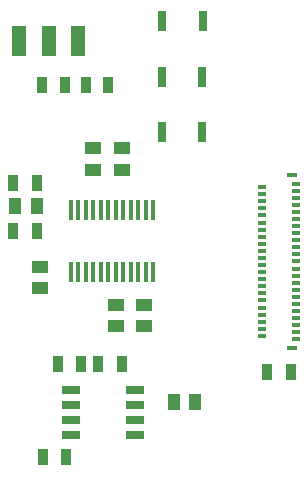
<source format=gtp>
G04 Layer_Color=8421504*
%FSLAX24Y24*%
%MOIN*%
G70*
G01*
G75*
%ADD10R,0.0374X0.0157*%
%ADD11R,0.0315X0.0118*%
%ADD12R,0.0256X0.0118*%
%ADD13R,0.0472X0.0984*%
%ADD14R,0.0374X0.0571*%
%ADD15R,0.0433X0.0571*%
%ADD16R,0.0571X0.0433*%
G04:AMPARAMS|DCode=17|XSize=64.6mil|YSize=16.1mil|CornerRadius=2mil|HoleSize=0mil|Usage=FLASHONLY|Rotation=90.000|XOffset=0mil|YOffset=0mil|HoleType=Round|Shape=RoundedRectangle|*
%AMROUNDEDRECTD17*
21,1,0.0646,0.0121,0,0,90.0*
21,1,0.0605,0.0161,0,0,90.0*
1,1,0.0040,0.0061,0.0303*
1,1,0.0040,0.0061,-0.0303*
1,1,0.0040,-0.0061,-0.0303*
1,1,0.0040,-0.0061,0.0303*
%
%ADD17ROUNDEDRECTD17*%
%ADD18R,0.0600X0.0256*%
%ADD19R,0.0315X0.0669*%
%ADD21R,0.0354X0.0551*%
D10*
X14237Y12858D02*
D03*
X14237Y7110D02*
D03*
D11*
X14346Y12582D02*
D03*
Y12346D02*
D03*
Y12110D02*
D03*
Y11874D02*
D03*
X14346Y11637D02*
D03*
X14346Y11401D02*
D03*
Y11165D02*
D03*
X14346Y10929D02*
D03*
X14346Y10693D02*
D03*
Y10456D02*
D03*
X14346Y10220D02*
D03*
X14346Y9984D02*
D03*
Y9748D02*
D03*
X14346Y9511D02*
D03*
X14346Y9275D02*
D03*
X14346Y9039D02*
D03*
Y8803D02*
D03*
X14346Y8567D02*
D03*
X14346Y8330D02*
D03*
X14346Y8094D02*
D03*
Y7858D02*
D03*
X14346Y7622D02*
D03*
X14346Y7385D02*
D03*
D12*
X13213Y12464D02*
D03*
Y12228D02*
D03*
Y11992D02*
D03*
Y11756D02*
D03*
Y11519D02*
D03*
Y11283D02*
D03*
Y11047D02*
D03*
Y10811D02*
D03*
Y10574D02*
D03*
Y10338D02*
D03*
Y10102D02*
D03*
Y9866D02*
D03*
Y9630D02*
D03*
Y9393D02*
D03*
Y9157D02*
D03*
Y8921D02*
D03*
Y8685D02*
D03*
Y8448D02*
D03*
Y8212D02*
D03*
Y7976D02*
D03*
Y7740D02*
D03*
Y7504D02*
D03*
D13*
X7103Y17323D02*
D03*
X6119D02*
D03*
X5135D02*
D03*
D14*
X5879Y15856D02*
D03*
X6667D02*
D03*
X5709Y12598D02*
D03*
X4921D02*
D03*
X5709Y11017D02*
D03*
X4921D02*
D03*
X7205Y6575D02*
D03*
X6417D02*
D03*
X7755Y6556D02*
D03*
X8542D02*
D03*
X6702Y3465D02*
D03*
X5914D02*
D03*
X13386Y6299D02*
D03*
X14173D02*
D03*
D15*
X5000Y11819D02*
D03*
X5709D02*
D03*
X10986Y5306D02*
D03*
X10277D02*
D03*
D16*
X5809Y9803D02*
D03*
Y9094D02*
D03*
X7579Y13756D02*
D03*
Y13047D02*
D03*
X9275Y7835D02*
D03*
Y8543D02*
D03*
X8541Y13751D02*
D03*
Y13042D02*
D03*
X8346Y7835D02*
D03*
Y8543D02*
D03*
D17*
X6853Y9635D02*
D03*
X7103D02*
D03*
X7353D02*
D03*
X7603D02*
D03*
X7853D02*
D03*
X8103D02*
D03*
X8353D02*
D03*
X8603D02*
D03*
X8853D02*
D03*
X9103D02*
D03*
X9353D02*
D03*
X9603D02*
D03*
Y11710D02*
D03*
X9353D02*
D03*
X9103D02*
D03*
X8853D02*
D03*
X8603D02*
D03*
X8353D02*
D03*
X8103D02*
D03*
X7853D02*
D03*
X7603D02*
D03*
X7353D02*
D03*
X7103D02*
D03*
X6853D02*
D03*
D18*
X6864Y5711D02*
D03*
Y5211D02*
D03*
Y4711D02*
D03*
Y4211D02*
D03*
X8999D02*
D03*
Y4711D02*
D03*
Y5211D02*
D03*
Y5711D02*
D03*
D19*
X11244Y17992D02*
D03*
X9906D02*
D03*
X11230Y16146D02*
D03*
X9891D02*
D03*
X11227Y14291D02*
D03*
X9889D02*
D03*
D21*
X7341Y15866D02*
D03*
X8089D02*
D03*
M02*

</source>
